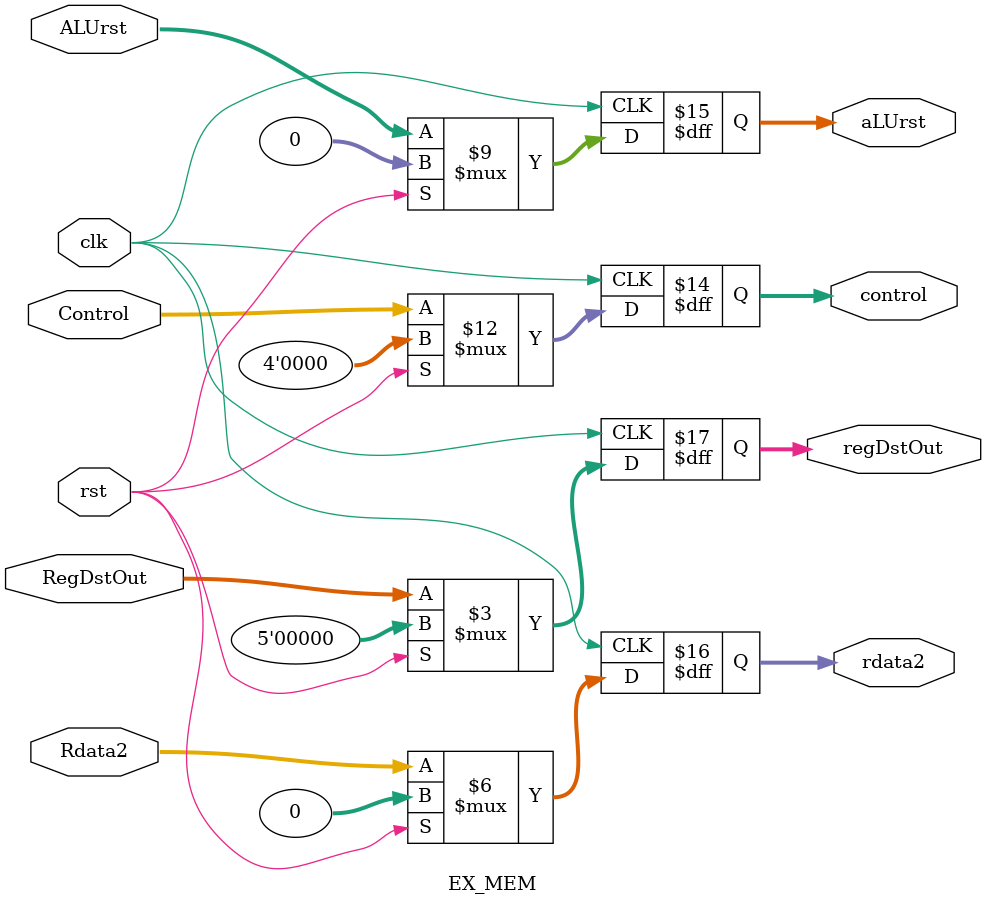
<source format=v>
module EX_MEM(
	clk, rst, 
	Control, ALUrst, Rdata2, 
	RegDstOut, 
	
	control, 
	aLUrst, rdata2, 
	regDstOut); 

input clk, rst;
input [0:3] Control; //MemWrite,MemRead,RegWrite,MemToReg;
input [31:0] ALUrst, Rdata2;
input [4:0] RegDstOut;

output reg [0:3] control;
output reg [31:0] aLUrst, rdata2;
output reg [4:0] regDstOut;

always @ (posedge clk) begin
	if(rst) begin
		control <= 4'b0000;
		aLUrst <= 0; 
		rdata2 <= 0; 
		regDstOut <= 0;
	end
	else begin
		control <= Control;
		aLUrst <= ALUrst;  
		rdata2 <= Rdata2; 
		regDstOut <= RegDstOut;
	end
end

endmodule

</source>
